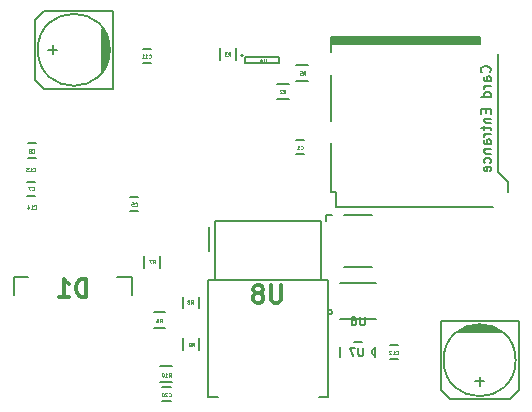
<source format=gbr>
G04 #@! TF.FileFunction,Legend,Bot*
%FSLAX46Y46*%
G04 Gerber Fmt 4.6, Leading zero omitted, Abs format (unit mm)*
G04 Created by KiCad (PCBNEW 4.0.0-rc2-stable) date 6/30/2016 5:54:54 PM*
%MOMM*%
G01*
G04 APERTURE LIST*
%ADD10C,0.100000*%
%ADD11C,0.300000*%
%ADD12C,0.175000*%
%ADD13C,0.075000*%
%ADD14C,0.150000*%
%ADD15C,0.177800*%
%ADD16C,0.152400*%
%ADD17C,0.200000*%
%ADD18C,0.203200*%
G04 APERTURE END LIST*
D10*
D11*
X65802857Y-80938571D02*
X65802857Y-82152857D01*
X65731429Y-82295714D01*
X65660000Y-82367143D01*
X65517143Y-82438571D01*
X65231429Y-82438571D01*
X65088571Y-82367143D01*
X65017143Y-82295714D01*
X64945714Y-82152857D01*
X64945714Y-80938571D01*
X64017142Y-81581429D02*
X64160000Y-81510000D01*
X64231428Y-81438571D01*
X64302857Y-81295714D01*
X64302857Y-81224286D01*
X64231428Y-81081429D01*
X64160000Y-81010000D01*
X64017142Y-80938571D01*
X63731428Y-80938571D01*
X63588571Y-81010000D01*
X63517142Y-81081429D01*
X63445714Y-81224286D01*
X63445714Y-81295714D01*
X63517142Y-81438571D01*
X63588571Y-81510000D01*
X63731428Y-81581429D01*
X64017142Y-81581429D01*
X64160000Y-81652857D01*
X64231428Y-81724286D01*
X64302857Y-81867143D01*
X64302857Y-82152857D01*
X64231428Y-82295714D01*
X64160000Y-82367143D01*
X64017142Y-82438571D01*
X63731428Y-82438571D01*
X63588571Y-82367143D01*
X63517142Y-82295714D01*
X63445714Y-82152857D01*
X63445714Y-81867143D01*
X63517142Y-81724286D01*
X63588571Y-81652857D01*
X63731428Y-81581429D01*
X49307142Y-81908571D02*
X49307142Y-80408571D01*
X48949999Y-80408571D01*
X48735714Y-80480000D01*
X48592856Y-80622857D01*
X48521428Y-80765714D01*
X48449999Y-81051429D01*
X48449999Y-81265714D01*
X48521428Y-81551429D01*
X48592856Y-81694286D01*
X48735714Y-81837143D01*
X48949999Y-81908571D01*
X49307142Y-81908571D01*
X47021428Y-81908571D02*
X47878571Y-81908571D01*
X47449999Y-81908571D02*
X47449999Y-80408571D01*
X47592856Y-80622857D01*
X47735714Y-80765714D01*
X47878571Y-80837143D01*
D12*
X72873333Y-83606667D02*
X72873333Y-84173333D01*
X72840000Y-84240000D01*
X72806667Y-84273333D01*
X72740000Y-84306667D01*
X72606667Y-84306667D01*
X72540000Y-84273333D01*
X72506667Y-84240000D01*
X72473333Y-84173333D01*
X72473333Y-83606667D01*
X71840000Y-83606667D02*
X71973334Y-83606667D01*
X72040000Y-83640000D01*
X72073334Y-83673333D01*
X72140000Y-83773333D01*
X72173334Y-83906667D01*
X72173334Y-84173333D01*
X72140000Y-84240000D01*
X72106667Y-84273333D01*
X72040000Y-84306667D01*
X71906667Y-84306667D01*
X71840000Y-84273333D01*
X71806667Y-84240000D01*
X71773334Y-84173333D01*
X71773334Y-84006667D01*
X71806667Y-83940000D01*
X71840000Y-83906667D01*
X71906667Y-83873333D01*
X72040000Y-83873333D01*
X72106667Y-83906667D01*
X72140000Y-83940000D01*
X72173334Y-84006667D01*
X72763333Y-86226667D02*
X72763333Y-86793333D01*
X72730000Y-86860000D01*
X72696667Y-86893333D01*
X72630000Y-86926667D01*
X72496667Y-86926667D01*
X72430000Y-86893333D01*
X72396667Y-86860000D01*
X72363333Y-86793333D01*
X72363333Y-86226667D01*
X72096667Y-86226667D02*
X71630000Y-86226667D01*
X71930000Y-86926667D01*
D13*
X75532857Y-86747143D02*
X75547143Y-86761429D01*
X75590000Y-86775714D01*
X75618571Y-86775714D01*
X75661428Y-86761429D01*
X75690000Y-86732857D01*
X75704285Y-86704286D01*
X75718571Y-86647143D01*
X75718571Y-86604286D01*
X75704285Y-86547143D01*
X75690000Y-86518571D01*
X75661428Y-86490000D01*
X75618571Y-86475714D01*
X75590000Y-86475714D01*
X75547143Y-86490000D01*
X75532857Y-86504286D01*
X75247143Y-86775714D02*
X75418571Y-86775714D01*
X75332857Y-86775714D02*
X75332857Y-86475714D01*
X75361428Y-86518571D01*
X75390000Y-86547143D01*
X75418571Y-86561429D01*
X75132857Y-86504286D02*
X75118571Y-86490000D01*
X75090000Y-86475714D01*
X75018571Y-86475714D01*
X74990000Y-86490000D01*
X74975714Y-86504286D01*
X74961429Y-86532857D01*
X74961429Y-86561429D01*
X74975714Y-86604286D01*
X75147143Y-86775714D01*
X74961429Y-86775714D01*
X56282857Y-90317143D02*
X56297143Y-90331429D01*
X56340000Y-90345714D01*
X56368571Y-90345714D01*
X56411428Y-90331429D01*
X56440000Y-90302857D01*
X56454285Y-90274286D01*
X56468571Y-90217143D01*
X56468571Y-90174286D01*
X56454285Y-90117143D01*
X56440000Y-90088571D01*
X56411428Y-90060000D01*
X56368571Y-90045714D01*
X56340000Y-90045714D01*
X56297143Y-90060000D01*
X56282857Y-90074286D01*
X56168571Y-90074286D02*
X56154285Y-90060000D01*
X56125714Y-90045714D01*
X56054285Y-90045714D01*
X56025714Y-90060000D01*
X56011428Y-90074286D01*
X55997143Y-90102857D01*
X55997143Y-90131429D01*
X56011428Y-90174286D01*
X56182857Y-90345714D01*
X55997143Y-90345714D01*
X55811429Y-90045714D02*
X55782857Y-90045714D01*
X55754286Y-90060000D01*
X55740000Y-90074286D01*
X55725714Y-90102857D01*
X55711429Y-90160000D01*
X55711429Y-90231429D01*
X55725714Y-90288571D01*
X55740000Y-90317143D01*
X55754286Y-90331429D01*
X55782857Y-90345714D01*
X55811429Y-90345714D01*
X55840000Y-90331429D01*
X55854286Y-90317143D01*
X55868571Y-90288571D01*
X55882857Y-90231429D01*
X55882857Y-90160000D01*
X55868571Y-90102857D01*
X55854286Y-90074286D01*
X55840000Y-90060000D01*
X55811429Y-90045714D01*
X56282857Y-88665714D02*
X56382857Y-88522857D01*
X56454285Y-88665714D02*
X56454285Y-88365714D01*
X56340000Y-88365714D01*
X56311428Y-88380000D01*
X56297143Y-88394286D01*
X56282857Y-88422857D01*
X56282857Y-88465714D01*
X56297143Y-88494286D01*
X56311428Y-88508571D01*
X56340000Y-88522857D01*
X56454285Y-88522857D01*
X55997143Y-88665714D02*
X56168571Y-88665714D01*
X56082857Y-88665714D02*
X56082857Y-88365714D01*
X56111428Y-88408571D01*
X56140000Y-88437143D01*
X56168571Y-88451429D01*
X55811429Y-88365714D02*
X55782857Y-88365714D01*
X55754286Y-88380000D01*
X55740000Y-88394286D01*
X55725714Y-88422857D01*
X55711429Y-88480000D01*
X55711429Y-88551429D01*
X55725714Y-88608571D01*
X55740000Y-88637143D01*
X55754286Y-88651429D01*
X55782857Y-88665714D01*
X55811429Y-88665714D01*
X55840000Y-88651429D01*
X55854286Y-88637143D01*
X55868571Y-88608571D01*
X55882857Y-88551429D01*
X55882857Y-88480000D01*
X55868571Y-88422857D01*
X55854286Y-88394286D01*
X55840000Y-88380000D01*
X55811429Y-88365714D01*
X58290000Y-86085714D02*
X58390000Y-85942857D01*
X58461428Y-86085714D02*
X58461428Y-85785714D01*
X58347143Y-85785714D01*
X58318571Y-85800000D01*
X58304286Y-85814286D01*
X58290000Y-85842857D01*
X58290000Y-85885714D01*
X58304286Y-85914286D01*
X58318571Y-85928571D01*
X58347143Y-85942857D01*
X58461428Y-85942857D01*
X58147143Y-86085714D02*
X58090000Y-86085714D01*
X58061428Y-86071429D01*
X58047143Y-86057143D01*
X58018571Y-86014286D01*
X58004286Y-85957143D01*
X58004286Y-85842857D01*
X58018571Y-85814286D01*
X58032857Y-85800000D01*
X58061428Y-85785714D01*
X58118571Y-85785714D01*
X58147143Y-85800000D01*
X58161428Y-85814286D01*
X58175714Y-85842857D01*
X58175714Y-85914286D01*
X58161428Y-85942857D01*
X58147143Y-85957143D01*
X58118571Y-85971429D01*
X58061428Y-85971429D01*
X58032857Y-85957143D01*
X58018571Y-85942857D01*
X58004286Y-85914286D01*
X55540000Y-84085714D02*
X55640000Y-83942857D01*
X55711428Y-84085714D02*
X55711428Y-83785714D01*
X55597143Y-83785714D01*
X55568571Y-83800000D01*
X55554286Y-83814286D01*
X55540000Y-83842857D01*
X55540000Y-83885714D01*
X55554286Y-83914286D01*
X55568571Y-83928571D01*
X55597143Y-83942857D01*
X55711428Y-83942857D01*
X55282857Y-83785714D02*
X55340000Y-83785714D01*
X55368571Y-83800000D01*
X55382857Y-83814286D01*
X55411428Y-83857143D01*
X55425714Y-83914286D01*
X55425714Y-84028571D01*
X55411428Y-84057143D01*
X55397143Y-84071429D01*
X55368571Y-84085714D01*
X55311428Y-84085714D01*
X55282857Y-84071429D01*
X55268571Y-84057143D01*
X55254286Y-84028571D01*
X55254286Y-83957143D01*
X55268571Y-83928571D01*
X55282857Y-83914286D01*
X55311428Y-83900000D01*
X55368571Y-83900000D01*
X55397143Y-83914286D01*
X55411428Y-83928571D01*
X55425714Y-83957143D01*
X58160000Y-82515714D02*
X58260000Y-82372857D01*
X58331428Y-82515714D02*
X58331428Y-82215714D01*
X58217143Y-82215714D01*
X58188571Y-82230000D01*
X58174286Y-82244286D01*
X58160000Y-82272857D01*
X58160000Y-82315714D01*
X58174286Y-82344286D01*
X58188571Y-82358571D01*
X58217143Y-82372857D01*
X58331428Y-82372857D01*
X57988571Y-82344286D02*
X58017143Y-82330000D01*
X58031428Y-82315714D01*
X58045714Y-82287143D01*
X58045714Y-82272857D01*
X58031428Y-82244286D01*
X58017143Y-82230000D01*
X57988571Y-82215714D01*
X57931428Y-82215714D01*
X57902857Y-82230000D01*
X57888571Y-82244286D01*
X57874286Y-82272857D01*
X57874286Y-82287143D01*
X57888571Y-82315714D01*
X57902857Y-82330000D01*
X57931428Y-82344286D01*
X57988571Y-82344286D01*
X58017143Y-82358571D01*
X58031428Y-82372857D01*
X58045714Y-82401429D01*
X58045714Y-82458571D01*
X58031428Y-82487143D01*
X58017143Y-82501429D01*
X57988571Y-82515714D01*
X57931428Y-82515714D01*
X57902857Y-82501429D01*
X57888571Y-82487143D01*
X57874286Y-82458571D01*
X57874286Y-82401429D01*
X57888571Y-82372857D01*
X57902857Y-82358571D01*
X57931428Y-82344286D01*
X54960000Y-79085714D02*
X55060000Y-78942857D01*
X55131428Y-79085714D02*
X55131428Y-78785714D01*
X55017143Y-78785714D01*
X54988571Y-78800000D01*
X54974286Y-78814286D01*
X54960000Y-78842857D01*
X54960000Y-78885714D01*
X54974286Y-78914286D01*
X54988571Y-78928571D01*
X55017143Y-78942857D01*
X55131428Y-78942857D01*
X54860000Y-78785714D02*
X54660000Y-78785714D01*
X54788571Y-79085714D01*
X53430000Y-74197143D02*
X53444286Y-74211429D01*
X53487143Y-74225714D01*
X53515714Y-74225714D01*
X53558571Y-74211429D01*
X53587143Y-74182857D01*
X53601428Y-74154286D01*
X53615714Y-74097143D01*
X53615714Y-74054286D01*
X53601428Y-73997143D01*
X53587143Y-73968571D01*
X53558571Y-73940000D01*
X53515714Y-73925714D01*
X53487143Y-73925714D01*
X53444286Y-73940000D01*
X53430000Y-73954286D01*
X53158571Y-73925714D02*
X53301428Y-73925714D01*
X53315714Y-74068571D01*
X53301428Y-74054286D01*
X53272857Y-74040000D01*
X53201428Y-74040000D01*
X53172857Y-74054286D01*
X53158571Y-74068571D01*
X53144286Y-74097143D01*
X53144286Y-74168571D01*
X53158571Y-74197143D01*
X53172857Y-74211429D01*
X53201428Y-74225714D01*
X53272857Y-74225714D01*
X53301428Y-74211429D01*
X53315714Y-74197143D01*
X67460000Y-69387143D02*
X67474286Y-69401429D01*
X67517143Y-69415714D01*
X67545714Y-69415714D01*
X67588571Y-69401429D01*
X67617143Y-69372857D01*
X67631428Y-69344286D01*
X67645714Y-69287143D01*
X67645714Y-69244286D01*
X67631428Y-69187143D01*
X67617143Y-69158571D01*
X67588571Y-69130000D01*
X67545714Y-69115714D01*
X67517143Y-69115714D01*
X67474286Y-69130000D01*
X67460000Y-69144286D01*
X67174286Y-69415714D02*
X67345714Y-69415714D01*
X67260000Y-69415714D02*
X67260000Y-69115714D01*
X67288571Y-69158571D01*
X67317143Y-69187143D01*
X67345714Y-69201429D01*
X66010000Y-64675714D02*
X66110000Y-64532857D01*
X66181428Y-64675714D02*
X66181428Y-64375714D01*
X66067143Y-64375714D01*
X66038571Y-64390000D01*
X66024286Y-64404286D01*
X66010000Y-64432857D01*
X66010000Y-64475714D01*
X66024286Y-64504286D01*
X66038571Y-64518571D01*
X66067143Y-64532857D01*
X66181428Y-64532857D01*
X65895714Y-64404286D02*
X65881428Y-64390000D01*
X65852857Y-64375714D01*
X65781428Y-64375714D01*
X65752857Y-64390000D01*
X65738571Y-64404286D01*
X65724286Y-64432857D01*
X65724286Y-64461429D01*
X65738571Y-64504286D01*
X65910000Y-64675714D01*
X65724286Y-64675714D01*
X67680000Y-63135714D02*
X67780000Y-62992857D01*
X67851428Y-63135714D02*
X67851428Y-62835714D01*
X67737143Y-62835714D01*
X67708571Y-62850000D01*
X67694286Y-62864286D01*
X67680000Y-62892857D01*
X67680000Y-62935714D01*
X67694286Y-62964286D01*
X67708571Y-62978571D01*
X67737143Y-62992857D01*
X67851428Y-62992857D01*
X67408571Y-62835714D02*
X67551428Y-62835714D01*
X67565714Y-62978571D01*
X67551428Y-62964286D01*
X67522857Y-62950000D01*
X67451428Y-62950000D01*
X67422857Y-62964286D01*
X67408571Y-62978571D01*
X67394286Y-63007143D01*
X67394286Y-63078571D01*
X67408571Y-63107143D01*
X67422857Y-63121429D01*
X67451428Y-63135714D01*
X67522857Y-63135714D01*
X67551428Y-63121429D01*
X67565714Y-63107143D01*
X64508571Y-61755714D02*
X64508571Y-61998571D01*
X64494286Y-62027143D01*
X64480000Y-62041429D01*
X64451429Y-62055714D01*
X64394286Y-62055714D01*
X64365714Y-62041429D01*
X64351429Y-62027143D01*
X64337143Y-61998571D01*
X64337143Y-61755714D01*
X64065714Y-61855714D02*
X64065714Y-62055714D01*
X64137143Y-61741429D02*
X64208571Y-61955714D01*
X64022857Y-61955714D01*
X61350000Y-61525714D02*
X61450000Y-61382857D01*
X61521428Y-61525714D02*
X61521428Y-61225714D01*
X61407143Y-61225714D01*
X61378571Y-61240000D01*
X61364286Y-61254286D01*
X61350000Y-61282857D01*
X61350000Y-61325714D01*
X61364286Y-61354286D01*
X61378571Y-61368571D01*
X61407143Y-61382857D01*
X61521428Y-61382857D01*
X61250000Y-61225714D02*
X61064286Y-61225714D01*
X61164286Y-61340000D01*
X61121428Y-61340000D01*
X61092857Y-61354286D01*
X61078571Y-61368571D01*
X61064286Y-61397143D01*
X61064286Y-61468571D01*
X61078571Y-61497143D01*
X61092857Y-61511429D01*
X61121428Y-61525714D01*
X61207143Y-61525714D01*
X61235714Y-61511429D01*
X61250000Y-61497143D01*
X54612857Y-61657143D02*
X54627143Y-61671429D01*
X54670000Y-61685714D01*
X54698571Y-61685714D01*
X54741428Y-61671429D01*
X54770000Y-61642857D01*
X54784285Y-61614286D01*
X54798571Y-61557143D01*
X54798571Y-61514286D01*
X54784285Y-61457143D01*
X54770000Y-61428571D01*
X54741428Y-61400000D01*
X54698571Y-61385714D01*
X54670000Y-61385714D01*
X54627143Y-61400000D01*
X54612857Y-61414286D01*
X54327143Y-61685714D02*
X54498571Y-61685714D01*
X54412857Y-61685714D02*
X54412857Y-61385714D01*
X54441428Y-61428571D01*
X54470000Y-61457143D01*
X54498571Y-61471429D01*
X54041429Y-61685714D02*
X54212857Y-61685714D01*
X54127143Y-61685714D02*
X54127143Y-61385714D01*
X54155714Y-61428571D01*
X54184286Y-61457143D01*
X54212857Y-61471429D01*
X44892857Y-74437143D02*
X44907143Y-74451429D01*
X44950000Y-74465714D01*
X44978571Y-74465714D01*
X45021428Y-74451429D01*
X45050000Y-74422857D01*
X45064285Y-74394286D01*
X45078571Y-74337143D01*
X45078571Y-74294286D01*
X45064285Y-74237143D01*
X45050000Y-74208571D01*
X45021428Y-74180000D01*
X44978571Y-74165714D01*
X44950000Y-74165714D01*
X44907143Y-74180000D01*
X44892857Y-74194286D01*
X44607143Y-74465714D02*
X44778571Y-74465714D01*
X44692857Y-74465714D02*
X44692857Y-74165714D01*
X44721428Y-74208571D01*
X44750000Y-74237143D01*
X44778571Y-74251429D01*
X44350000Y-74265714D02*
X44350000Y-74465714D01*
X44421429Y-74151429D02*
X44492857Y-74365714D01*
X44307143Y-74365714D01*
X44700000Y-72867143D02*
X44714286Y-72881429D01*
X44757143Y-72895714D01*
X44785714Y-72895714D01*
X44828571Y-72881429D01*
X44857143Y-72852857D01*
X44871428Y-72824286D01*
X44885714Y-72767143D01*
X44885714Y-72724286D01*
X44871428Y-72667143D01*
X44857143Y-72638571D01*
X44828571Y-72610000D01*
X44785714Y-72595714D01*
X44757143Y-72595714D01*
X44714286Y-72610000D01*
X44700000Y-72624286D01*
X44600000Y-72595714D02*
X44400000Y-72595714D01*
X44528571Y-72895714D01*
X44822857Y-71257143D02*
X44837143Y-71271429D01*
X44880000Y-71285714D01*
X44908571Y-71285714D01*
X44951428Y-71271429D01*
X44980000Y-71242857D01*
X44994285Y-71214286D01*
X45008571Y-71157143D01*
X45008571Y-71114286D01*
X44994285Y-71057143D01*
X44980000Y-71028571D01*
X44951428Y-71000000D01*
X44908571Y-70985714D01*
X44880000Y-70985714D01*
X44837143Y-71000000D01*
X44822857Y-71014286D01*
X44537143Y-71285714D02*
X44708571Y-71285714D01*
X44622857Y-71285714D02*
X44622857Y-70985714D01*
X44651428Y-71028571D01*
X44680000Y-71057143D01*
X44708571Y-71071429D01*
X44437143Y-70985714D02*
X44251429Y-70985714D01*
X44351429Y-71100000D01*
X44308571Y-71100000D01*
X44280000Y-71114286D01*
X44265714Y-71128571D01*
X44251429Y-71157143D01*
X44251429Y-71228571D01*
X44265714Y-71257143D01*
X44280000Y-71271429D01*
X44308571Y-71285714D01*
X44394286Y-71285714D01*
X44422857Y-71271429D01*
X44437143Y-71257143D01*
X44740000Y-69687143D02*
X44754286Y-69701429D01*
X44797143Y-69715714D01*
X44825714Y-69715714D01*
X44868571Y-69701429D01*
X44897143Y-69672857D01*
X44911428Y-69644286D01*
X44925714Y-69587143D01*
X44925714Y-69544286D01*
X44911428Y-69487143D01*
X44897143Y-69458571D01*
X44868571Y-69430000D01*
X44825714Y-69415714D01*
X44797143Y-69415714D01*
X44754286Y-69430000D01*
X44740000Y-69444286D01*
X44568571Y-69544286D02*
X44597143Y-69530000D01*
X44611428Y-69515714D01*
X44625714Y-69487143D01*
X44625714Y-69472857D01*
X44611428Y-69444286D01*
X44597143Y-69430000D01*
X44568571Y-69415714D01*
X44511428Y-69415714D01*
X44482857Y-69430000D01*
X44468571Y-69444286D01*
X44454286Y-69472857D01*
X44454286Y-69487143D01*
X44468571Y-69515714D01*
X44482857Y-69530000D01*
X44511428Y-69544286D01*
X44568571Y-69544286D01*
X44597143Y-69558571D01*
X44611428Y-69572857D01*
X44625714Y-69601429D01*
X44625714Y-69658571D01*
X44611428Y-69687143D01*
X44597143Y-69701429D01*
X44568571Y-69715714D01*
X44511428Y-69715714D01*
X44482857Y-69701429D01*
X44468571Y-69687143D01*
X44454286Y-69658571D01*
X44454286Y-69601429D01*
X44468571Y-69572857D01*
X44482857Y-69558571D01*
X44511428Y-69544286D01*
D14*
X69610000Y-74990000D02*
X69610000Y-75490000D01*
X70110000Y-74990000D02*
X69610000Y-74990000D01*
X71110000Y-79390000D02*
X73510000Y-79390000D01*
X73510000Y-74990000D02*
X71110000Y-74990000D01*
X67050000Y-69860000D02*
X67750000Y-69860000D01*
X67750000Y-68660000D02*
X67050000Y-68660000D01*
X53720000Y-73440000D02*
X53020000Y-73440000D01*
X53020000Y-74640000D02*
X53720000Y-74640000D01*
X44305001Y-73385000D02*
X45005001Y-73385000D01*
X45005001Y-72185000D02*
X44305001Y-72185000D01*
X44360000Y-70120000D02*
X45060000Y-70120000D01*
X45060000Y-68920000D02*
X44360000Y-68920000D01*
X54090000Y-62090000D02*
X54790000Y-62090000D01*
X54790000Y-60890000D02*
X54090000Y-60890000D01*
X75010000Y-87160000D02*
X75710000Y-87160000D01*
X75710000Y-85960000D02*
X75010000Y-85960000D01*
X55750000Y-90760000D02*
X56450000Y-90760000D01*
X56450000Y-89560000D02*
X55750000Y-89560000D01*
X53160000Y-80260000D02*
X51910000Y-80260000D01*
X53160000Y-80260000D02*
X53160000Y-81760000D01*
X43160000Y-80260000D02*
X43160000Y-81760000D01*
X43160000Y-80260000D02*
X44410000Y-80260000D01*
X66460000Y-63855000D02*
X65460000Y-63855000D01*
X65460000Y-65205000D02*
X66460000Y-65205000D01*
X61985000Y-61840000D02*
X61985000Y-60840000D01*
X60635000Y-60840000D02*
X60635000Y-61840000D01*
X67110000Y-63655000D02*
X68110000Y-63655000D01*
X68110000Y-62305000D02*
X67110000Y-62305000D01*
X55020000Y-84555000D02*
X56020000Y-84555000D01*
X56020000Y-83205000D02*
X55020000Y-83205000D01*
X54245000Y-78490000D02*
X54245000Y-79490000D01*
X55595000Y-79490000D02*
X55595000Y-78490000D01*
X57505000Y-81900000D02*
X57505000Y-82900000D01*
X58855000Y-82900000D02*
X58855000Y-81900000D01*
X58895000Y-86430000D02*
X58895000Y-85430000D01*
X57545000Y-85430000D02*
X57545000Y-86430000D01*
X55570000Y-89155000D02*
X56570000Y-89155000D01*
X56570000Y-87805000D02*
X55570000Y-87805000D01*
D15*
X70119780Y-60399560D02*
X82570860Y-60399560D01*
X82619120Y-60300500D02*
X70068980Y-60300500D01*
X70119780Y-60049040D02*
X82570860Y-60049040D01*
X70068980Y-59899180D02*
X70068980Y-60150640D01*
X82619120Y-59899180D02*
X70068980Y-59899180D01*
X82619120Y-60501160D02*
X70068980Y-60501160D01*
X82619120Y-59899180D02*
X82619120Y-60501160D01*
X70068980Y-73048760D02*
X70470300Y-73048760D01*
X83718940Y-74300980D02*
X70470300Y-74300980D01*
X70470300Y-74300980D02*
X70470300Y-73048760D01*
X84171060Y-61349520D02*
X84171060Y-71349500D01*
X84171060Y-71349500D02*
X85019420Y-72200400D01*
X85019420Y-72200400D02*
X85019420Y-73048760D01*
X70068980Y-68900940D02*
X70068980Y-73048760D01*
X70068980Y-63099580D02*
X70068980Y-67001020D01*
X70068980Y-60150640D02*
X70068980Y-61199660D01*
X82619120Y-60150640D02*
X70068980Y-60150640D01*
D14*
X62590000Y-61490000D02*
G75*
G03X62590000Y-61490000I-100000J0D01*
G01*
X62740000Y-62140000D02*
X62740000Y-61640000D01*
X65640000Y-62140000D02*
X62740000Y-62140000D01*
X65640000Y-61640000D02*
X65640000Y-62140000D01*
X62740000Y-61640000D02*
X65640000Y-61640000D01*
D16*
X70821400Y-80771400D02*
X73818600Y-80771400D01*
X73818600Y-83768600D02*
X70821400Y-83768600D01*
X70135600Y-83209800D02*
G75*
G03X69729200Y-83209800I-203200J0D01*
G01*
X69729200Y-83209800D02*
G75*
G03X70135600Y-83209800I203200J0D01*
G01*
X70791400Y-87047200D02*
X70791400Y-86132800D01*
X71959800Y-85726400D02*
X72620200Y-85726400D01*
X73788600Y-86132800D02*
X73788600Y-86285200D01*
X73788600Y-86285200D02*
X73788600Y-86894800D01*
X73788600Y-86894800D02*
X73788600Y-87047200D01*
X73788600Y-86285200D02*
G75*
G03X73788600Y-86894800I0J-304800D01*
G01*
D17*
X68980000Y-90370000D02*
X69810000Y-90370000D01*
X59730000Y-76020000D02*
X59730000Y-78020000D01*
X60230000Y-80520000D02*
X60230000Y-75490000D01*
X60230000Y-75490000D02*
X69230000Y-75490000D01*
X69230000Y-75490000D02*
X69230000Y-80520000D01*
X69810000Y-90370000D02*
X69810000Y-80520000D01*
X69810000Y-80520000D02*
X59650000Y-80520000D01*
X59650000Y-80520000D02*
X59650000Y-90370000D01*
X59650000Y-90370000D02*
X60480000Y-90370000D01*
D14*
X51181000Y-60238000D02*
X51181000Y-61762000D01*
X51054000Y-62143000D02*
X51054000Y-59857000D01*
X50927000Y-59603000D02*
X50927000Y-62397000D01*
X50800000Y-62651000D02*
X50800000Y-59349000D01*
X50673000Y-59222000D02*
X50673000Y-62778000D01*
X51562000Y-57698000D02*
X51562000Y-64302000D01*
X51562000Y-64302000D02*
X45720000Y-64302000D01*
X45720000Y-64302000D02*
X44958000Y-63540000D01*
X44958000Y-63540000D02*
X44958000Y-58460000D01*
X44958000Y-58460000D02*
X45720000Y-57698000D01*
X45720000Y-57698000D02*
X51562000Y-57698000D01*
X46101000Y-61000000D02*
X46863000Y-61000000D01*
X46482000Y-60619000D02*
X46482000Y-61381000D01*
X51308000Y-61000000D02*
G75*
G03X51308000Y-61000000I-3048000J0D01*
G01*
X81858000Y-84359000D02*
X83382000Y-84359000D01*
X83763000Y-84486000D02*
X81477000Y-84486000D01*
X81223000Y-84613000D02*
X84017000Y-84613000D01*
X84271000Y-84740000D02*
X80969000Y-84740000D01*
X80842000Y-84867000D02*
X84398000Y-84867000D01*
X79318000Y-83978000D02*
X85922000Y-83978000D01*
X85922000Y-83978000D02*
X85922000Y-89820000D01*
X85922000Y-89820000D02*
X85160000Y-90582000D01*
X85160000Y-90582000D02*
X80080000Y-90582000D01*
X80080000Y-90582000D02*
X79318000Y-89820000D01*
X79318000Y-89820000D02*
X79318000Y-83978000D01*
X82620000Y-89439000D02*
X82620000Y-88677000D01*
X82239000Y-89058000D02*
X83001000Y-89058000D01*
X85668000Y-87280000D02*
G75*
G03X85668000Y-87280000I-3048000J0D01*
G01*
D18*
X83491429Y-62913677D02*
X83532552Y-62872553D01*
X83573676Y-62749182D01*
X83573676Y-62666934D01*
X83532552Y-62543562D01*
X83450305Y-62461315D01*
X83368057Y-62420191D01*
X83203562Y-62379067D01*
X83080190Y-62379067D01*
X82915695Y-62420191D01*
X82833448Y-62461315D01*
X82751200Y-62543562D01*
X82710076Y-62666934D01*
X82710076Y-62749182D01*
X82751200Y-62872553D01*
X82792324Y-62913677D01*
X83573676Y-63653905D02*
X83121314Y-63653905D01*
X83039067Y-63612782D01*
X82997943Y-63530534D01*
X82997943Y-63366039D01*
X83039067Y-63283791D01*
X83532552Y-63653905D02*
X83573676Y-63571658D01*
X83573676Y-63366039D01*
X83532552Y-63283791D01*
X83450305Y-63242667D01*
X83368057Y-63242667D01*
X83285810Y-63283791D01*
X83244686Y-63366039D01*
X83244686Y-63571658D01*
X83203562Y-63653905D01*
X83573676Y-64065143D02*
X82997943Y-64065143D01*
X83162438Y-64065143D02*
X83080190Y-64106267D01*
X83039067Y-64147391D01*
X82997943Y-64229638D01*
X82997943Y-64311886D01*
X83573676Y-64969867D02*
X82710076Y-64969867D01*
X83532552Y-64969867D02*
X83573676Y-64887620D01*
X83573676Y-64723124D01*
X83532552Y-64640877D01*
X83491429Y-64599753D01*
X83409181Y-64558629D01*
X83162438Y-64558629D01*
X83080190Y-64599753D01*
X83039067Y-64640877D01*
X82997943Y-64723124D01*
X82997943Y-64887620D01*
X83039067Y-64969867D01*
X83121314Y-66039086D02*
X83121314Y-66326953D01*
X83573676Y-66450324D02*
X83573676Y-66039086D01*
X82710076Y-66039086D01*
X82710076Y-66450324D01*
X82997943Y-66820438D02*
X83573676Y-66820438D01*
X83080190Y-66820438D02*
X83039067Y-66861562D01*
X82997943Y-66943809D01*
X82997943Y-67067181D01*
X83039067Y-67149429D01*
X83121314Y-67190552D01*
X83573676Y-67190552D01*
X82997943Y-67478419D02*
X82997943Y-67807409D01*
X82710076Y-67601790D02*
X83450305Y-67601790D01*
X83532552Y-67642914D01*
X83573676Y-67725161D01*
X83573676Y-67807409D01*
X83573676Y-68095276D02*
X82997943Y-68095276D01*
X83162438Y-68095276D02*
X83080190Y-68136400D01*
X83039067Y-68177524D01*
X82997943Y-68259771D01*
X82997943Y-68342019D01*
X83573676Y-69000000D02*
X83121314Y-69000000D01*
X83039067Y-68958877D01*
X82997943Y-68876629D01*
X82997943Y-68712134D01*
X83039067Y-68629886D01*
X83532552Y-69000000D02*
X83573676Y-68917753D01*
X83573676Y-68712134D01*
X83532552Y-68629886D01*
X83450305Y-68588762D01*
X83368057Y-68588762D01*
X83285810Y-68629886D01*
X83244686Y-68712134D01*
X83244686Y-68917753D01*
X83203562Y-69000000D01*
X82997943Y-69411238D02*
X83573676Y-69411238D01*
X83080190Y-69411238D02*
X83039067Y-69452362D01*
X82997943Y-69534609D01*
X82997943Y-69657981D01*
X83039067Y-69740229D01*
X83121314Y-69781352D01*
X83573676Y-69781352D01*
X83532552Y-70562704D02*
X83573676Y-70480457D01*
X83573676Y-70315961D01*
X83532552Y-70233714D01*
X83491429Y-70192590D01*
X83409181Y-70151466D01*
X83162438Y-70151466D01*
X83080190Y-70192590D01*
X83039067Y-70233714D01*
X82997943Y-70315961D01*
X82997943Y-70480457D01*
X83039067Y-70562704D01*
X83532552Y-71261810D02*
X83573676Y-71179562D01*
X83573676Y-71015067D01*
X83532552Y-70932819D01*
X83450305Y-70891695D01*
X83121314Y-70891695D01*
X83039067Y-70932819D01*
X82997943Y-71015067D01*
X82997943Y-71179562D01*
X83039067Y-71261810D01*
X83121314Y-71302933D01*
X83203562Y-71302933D01*
X83285810Y-70891695D01*
M02*

</source>
